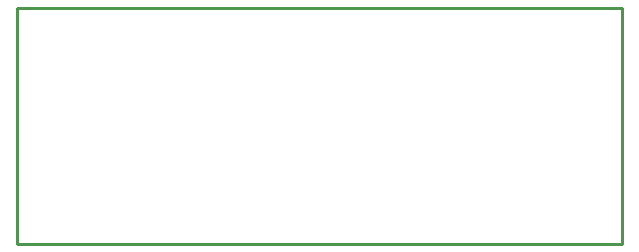
<source format=gko>
G04*
G04 #@! TF.GenerationSoftware,Altium Limited,Altium Designer,22.2.1 (43)*
G04*
G04 Layer_Color=16711935*
%FSLAX25Y25*%
%MOIN*%
G70*
G04*
G04 #@! TF.SameCoordinates,F9679001-C221-457E-AD06-5865B11B1ABB*
G04*
G04*
G04 #@! TF.FilePolarity,Positive*
G04*
G01*
G75*
%ADD73C,0.01000*%
D73*
X0Y-1054D02*
Y77883D01*
X201870D01*
Y-1054D02*
Y77883D01*
X0Y-1054D02*
X201870D01*
M02*

</source>
